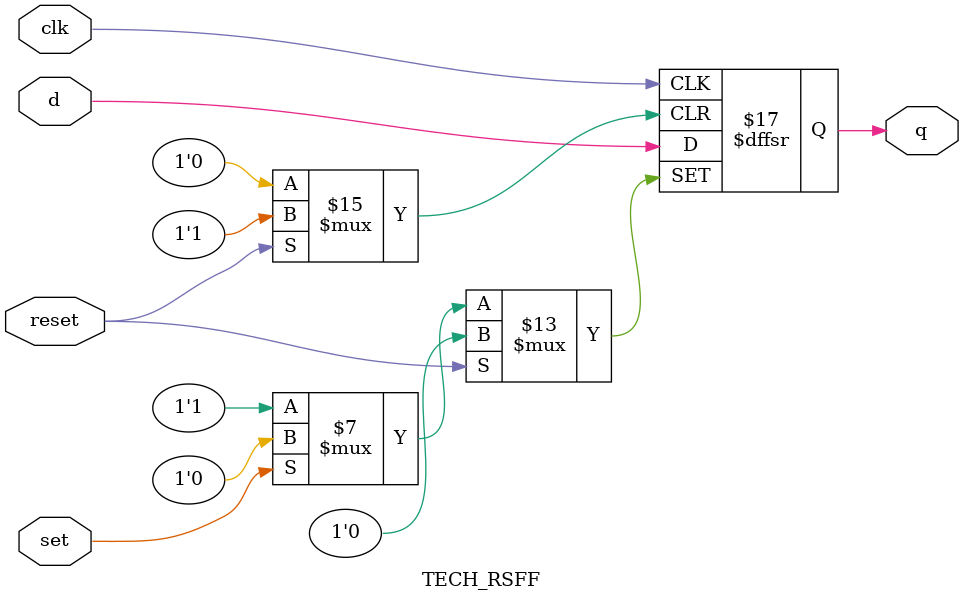
<source format=v>
/* 
Copyright (C) 2009-2010 Parvez Ahmad
Written by Parvez Ahmad <parvez_ahmad@yahoo.co.uk>.

This program is free software: you can redistribute it and/or modify
it under the terms of the GNU General Public License as published by
the Free Software Foundation; either version 3 of the License, or
(at your option) any later version.

This program is distributed in the hope that it will be useful,
but WITHOUT ANY WARRANTY; without even the implied warranty of
MERCHANTABILITY or FITNESS FOR A PARTICULAR PURPOSE.  See the
GNU General Public License for more details.

You should have received a copy of the GNU General Public License
along with this program.  If not, see <http://www.gnu.org/licenses/>.  */

module TECH_RSFF(input d, clk, reset, set, output reg q);
always @(posedge clk or posedge reset or negedge set) 
    if(reset)
	    q <= 0;
	else if(!set)
	    q <= 1;
	else	
        q <= d;
endmodule



</source>
